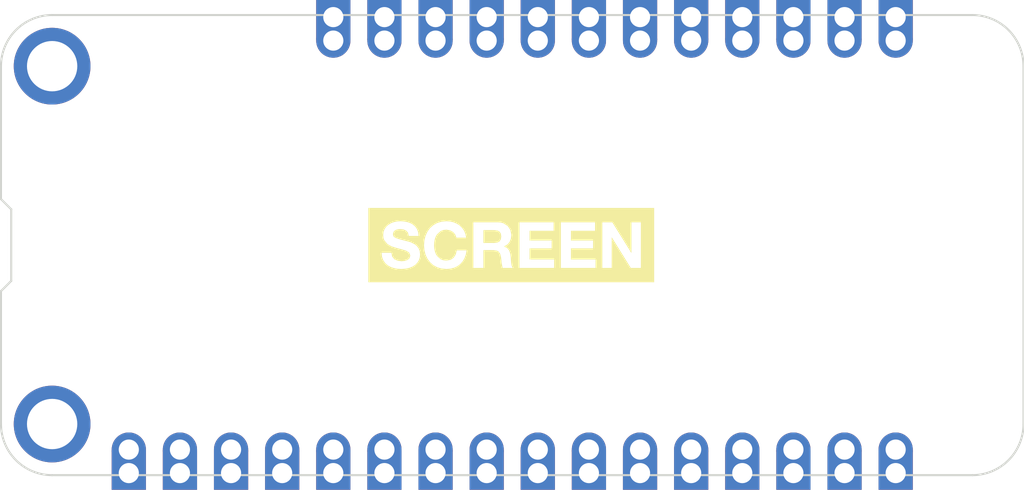
<source format=kicad_pcb>
(kicad_pcb (version 20221018) (generator pcbnew)
  (layers (0 "F.Cu" signal) (31 "B.Cu" signal) (34 "B.Paste" user) (35 "F.Paste" user) (36 "B.SilkS" user "B.Silkscreen") (37 "F.SilkS" user "F.Silkscreen") (38 "B.Mask" user) (39 "F.Mask" user) (44 "Edge.Cuts" user))
  (net 0 "")
  (footprint "kibuzzard-65886004" (layer "F.Cu") (at 128.69 60.56)
    (fp_text reference "kibuzzard-65886004" hide)
    (fp_text value "G***" hide)
    (fp_poly (pts (xy -1.383242 -0.106363) (xy -0.837142 -0.106363) (xy -0.687123 -0.125413) (xy -0.579967 -0.182563) (xy -0.515673 -0.282575) (xy -0.494242 -0.430213) (xy -0.515673 -0.572691) (xy -0.579967 -0.669925) (xy -0.687123 -0.725884) (xy -0.837142 -0.744538) (xy -1.383242 -0.744538) (xy -1.383242 -0.106363)) (fill solid) (layer "F.SilkS"))
    (fp_poly (pts (xy -6.439958 -1.847321) (xy -7.101417 -1.847321) (xy -7.101417 1.847321) (xy -6.439958 1.847321) (xy -5.472642 1.847321) (xy -5.472642 1.185863) (xy -5.657188 1.174353) (xy -5.836179 1.139825) (xy -6.002073 1.080691) (xy -6.147329 0.995362) (xy -6.268376 0.883444) (xy -6.361642 0.744538) (xy -6.420379 0.57785) (xy -6.437842 0.382588) (xy -5.955242 0.382588) (xy -5.913967 0.576263) (xy -5.804429 0.70485) (xy -5.644092 0.777875) (xy -5.453592 0.801688) (xy -5.310717 0.790575) (xy -5.167842 0.747712) (xy -5.056717 0.6604) (xy -5.012267 0.519113) (xy -5.071004 0.369888) (xy -5.224992 0.274637) (xy -5.440892 0.207963) (xy -5.685367 0.144463) (xy -5.933017 0.066675) (xy -6.148917 -0.052388) (xy -6.302904 -0.23495) (xy -6.346957 -0.355996) (xy -6.361642 -0.500062) (xy -6.342989 -0.663178) (xy -6.287029 -0.803275) (xy -6.200907 -0.921147) (xy -6.091767 -1.017588) (xy -5.963179 -1.0922) (xy -5.818717 -1.144587) (xy -5.666317 -1.175544) (xy -5.513917 -1.185863) (xy -5.339689 -1.175941) (xy -5.172604 -1.146175) (xy -5.01822 -1.094184) (xy -4.882092 -1.017588) (xy -4.768189 -0.916386) (xy -4.680479 -0.790575) (xy -4.62452 -0.637778) (xy -4.605867 -0.455613) (xy -5.088467 -0.455613) (xy -5.131329 -0.623888) (xy -5.228167 -0.728663) (xy -5.366279 -0.782638) (xy -5.536142 -0.798513) (xy -5.656792 -0.785812) (xy -5.766329 -0.741363) (xy -5.847292 -0.661988) (xy -5.879042 -0.541338) (xy -5.853642 -0.433388) (xy -5.753629 -0.357187) (xy -5.547254 -0.287338) (xy -5.395252 -0.247652) (xy -5.202767 -0.198438) (xy -5.026554 -0.1524) (xy -4.802717 -0.046038) (xy -4.699136 0.039291) (xy -4.610629 0.149225) (xy -4.549907 0.288528) (xy -4.529667 0.461962) (xy -4.544742 0.611981) (xy -4.589992 0.750888) (xy -4.664998 0.875109) (xy -4.769379 0.981075) (xy -4.902729 1.067197) (xy -5.064654 1.131888) (xy -5.254757 1.172369) (xy -5.472642 1.185863) (xy -5.472642 1.847321) (xy -3.218392 1.847321) (xy -3.218392 1.185863) (xy -3.465645 1.163241) (xy -3.686704 1.095375) (xy -3.878395 0.987822) (xy -4.037542 0.846137) (xy -4.163748 0.673497) (xy -4.256617 0.473075) (xy -4.313767 0.250428) (xy -4.332817 0.011112) (xy -4.313767 -0.233759) (xy -4.256617 -0.460375) (xy -4.163748 -0.663972) (xy -4.037542 -0.839788) (xy -3.878395 -0.984249) (xy -3.686704 -1.093788) (xy -3.465645 -1.162837) (xy -3.218392 -1.185863) (xy -3.036226 -1.172369) (xy -2.864379 -1.131888) (xy -2.706423 -1.065609) (xy -2.565929 -0.974725) (xy -2.445676 -0.859236) (xy -2.348442 -0.719138) (xy -2.278592 -0.555625) (xy -2.240492 -0.369887) (xy -2.723092 -0.369887) (xy -2.780242 -0.52705) (xy -2.891367 -0.652463) (xy -3.042179 -0.7366) (xy -3.218392 -0.766762) (xy -3.373967 -0.750496) (xy -3.504142 -0.701675) (xy -3.694642 -0.52705) (xy -3.757745 -0.409972) (xy -3.801004 -0.277812) (xy -3.826007 -0.135732) (xy -3.834342 0.011112) (xy -3.826007 0.152003) (xy -3.801004 0.288925) (xy -3.757745 0.417116) (xy -3.694642 0.531812) (xy -3.504142 0.70485) (xy -3.373967 0.753666) (xy -3.218392 0.769937) (xy -3.014795 0.735013) (xy -2.861204 0.630238) (xy -2.75762 0.468313) (xy -2.704042 0.261937) (xy -2.221442 0.261937) (xy -2.255566 0.464344) (xy -2.319867 0.646112) (xy -2.411942 0.804862) (xy -2.529417 0.938213) (xy -2.670704 1.044575) (xy -2.834217 1.122363) (xy -3.017573 1.169987) (xy -3.218392 1.185863) (xy -3.218392 1.847321) (xy 0.070908 1.847321) (xy 0.070908 1.135063) (xy -0.427567 1.135063) (xy -0.478367 0.877888) (xy -0.490273 0.731837) (xy -0.506942 0.592138) (xy -0.546628 0.43815) (xy -0.614892 0.331788) (xy -0.723635 0.269875) (xy -0.884767 0.249238) (xy -1.383242 0.249238) (xy -1.383242 1.135063) (xy -1.881717 1.135063) (xy -1.881717 -1.131888) (xy -0.659342 -1.131888) (xy -0.514482 -1.119584) (xy -0.384704 -1.082675) (xy -0.175154 -0.947738) (xy -0.041804 -0.7493) (xy 0.004233 -0.506412) (xy -0.016792 -0.319881) (xy -0.079904 -0.160337) (xy -0.190631 -0.03175) (xy -0.354542 0.061912) (xy -0.354542 0.068263) (xy -0.202142 0.14605) (xy -0.103717 0.269875) (xy -0.048154 0.427037) (xy -0.024342 0.598487) (xy -0.017992 0.725488) (xy -0.006879 0.874713) (xy 0.018521 1.019175) (xy 0.070908 1.135063) (xy 0.070908 1.847321) (xy 2.131483 1.847321) (xy 2.131483 1.135063) (xy 0.410633 1.135063) (xy 0.410633 -1.131888) (xy 2.106083 -1.131888) (xy 2.106083 -0.712788) (xy 0.909108 -0.712788) (xy 0.909108 -0.227012) (xy 2.007658 -0.227012) (xy 2.007658 0.160337) (xy 0.909108 0.160337) (xy 0.909108 0.715963) (xy 2.131483 0.715963) (xy 2.131483 1.135063) (xy 2.131483 1.847321) (xy 4.188883 1.847321) (xy 4.188883 1.135063) (xy 2.468033 1.135063) (xy 2.468033 -1.131888) (xy 4.163483 -1.131888) (xy 4.163483 -0.712788) (xy 2.966508 -0.712788) (xy 2.966508 -0.227012) (xy 4.065058 -0.227012) (xy 4.065058 0.160337) (xy 2.966508 0.160337) (xy 2.966508 0.715963) (xy 4.188883 0.715963) (xy 4.188883 1.135063) (xy 4.188883 1.847321) (xy 6.439958 1.847321) (xy 6.439958 1.135063) (xy 5.941483 1.135063) (xy 4.998508 -0.382587) (xy 4.992158 -0.382587) (xy 4.992158 1.135063) (xy 4.525433 1.135063) (xy 4.525433 -1.131888) (xy 5.020733 -1.131888) (xy 5.966883 0.388937) (xy 5.973233 0.388937) (xy 5.973233 -1.131888) (xy 6.439958 -1.131888) (xy 6.439958 1.135063) (xy 6.439958 1.847321) (xy 7.101417 1.847321) (xy 7.101417 -1.847321) (xy 6.439958 -1.847321) (xy -6.439958 -1.847321)) (fill solid) (layer "F.SilkS"))
  )
  (footprint "Screen Castellated:Screen Castellated" (layer "F.Cu") (at 128.69 60.56)
    (fp_text reference "H1" hide)
    (fp_text value "MountingHole")
    (fp_line (start -25.35 -8.89) (end -25.35 -2.286) (stroke (width 0.1)) (layer "Edge.Cuts"))
    (fp_line (start -25.35 -2.286) (end -24.842 -1.778) (stroke (width 0.1)) (layer "Edge.Cuts"))
    (fp_line (start -25.35 2.286) (end -25.35 8.89) (stroke (width 0.1)) (layer "Edge.Cuts"))
    (fp_line (start -24.842 -1.778) (end -24.842 1.778) (stroke (width 0.1)) (layer "Edge.Cuts"))
    (fp_line (start -24.842 1.778) (end -25.35 2.286) (stroke (width 0.1)) (layer "Edge.Cuts"))
    (fp_line (start -22.81 11.43) (end 22.91 11.43) (stroke (width 0.1)) (layer "Edge.Cuts"))
    (fp_line (start 22.91 -11.43) (end -22.81 -11.43) (stroke (width 0.1)) (layer "Edge.Cuts"))
    (fp_line (start 25.45 8.89) (end 25.45 -8.89) (stroke (width 0.1)) (layer "Edge.Cuts"))
    (fp_arc (start -25.35 -8.89) (mid -24.606051 -10.686051) (end -22.81 -11.43) (stroke (width 0.1)) (layer "Edge.Cuts"))
    (fp_arc (start -22.81 11.43) (mid -24.606051 10.686051) (end -25.35 8.89) (stroke (width 0.1)) (layer "Edge.Cuts"))
    (fp_arc (start 22.91 -11.43) (mid 24.706051 -10.686051) (end 25.45 -8.89) (stroke (width 0.1)) (layer "Edge.Cuts"))
    (fp_arc (start 25.45 8.89) (mid 24.706051 10.686051) (end 22.91 11.43) (stroke (width 0.1)) (layer "Edge.Cuts"))
    (pad "" np_thru_hole circle (at 22.91 -8.89) (size 2.54 2.54) (drill 2.54) (layers "*.Cu" "*.Mask"))
    (pad "" np_thru_hole circle (at 22.91 8.89) (size 2.54 2.54) (drill 2.54) (layers "*.Cu" "*.Mask"))
    (pad "1" thru_hole circle (at -19 10.16 90) (size 1.7 1.7) (drill 1) (layers "*.Cu" "*.Mask"))
    (pad "1" thru_hole rect (at -19 11.327501 90) (size 1.982498 1.7) (drill 1 (offset 0.14125 0)) (property pad_prop_castellated) (layers "*.Cu" "*.Mask"))
    (pad "2" thru_hole circle (at -16.46 10.16 90) (size 1.7 1.7) (drill 1) (layers "*.Cu" "*.Mask"))
    (pad "2" thru_hole rect (at -16.46 11.327501 90) (size 1.982498 1.7) (drill 1 (offset 0.14125 0)) (property pad_prop_castellated) (layers "*.Cu" "*.Mask"))
    (pad "3" thru_hole circle (at -13.92 10.16 90) (size 1.7 1.7) (drill 1) (layers "*.Cu" "*.Mask"))
    (pad "3" thru_hole rect (at -13.92 11.327501 90) (size 1.982498 1.7) (drill 1 (offset 0.14125 0)) (property pad_prop_castellated) (layers "*.Cu" "*.Mask"))
    (pad "4" thru_hole circle (at -11.38 10.16 90) (size 1.7 1.7) (drill 1) (layers "*.Cu" "*.Mask"))
    (pad "4" thru_hole rect (at -11.38 11.327501 90) (size 1.982498 1.7) (drill 1 (offset 0.14125 0)) (property pad_prop_castellated) (layers "*.Cu" "*.Mask"))
    (pad "5" thru_hole circle (at -8.84 10.16 90) (size 1.7 1.7) (drill 1) (layers "*.Cu" "*.Mask"))
    (pad "5" thru_hole rect (at -8.84 11.327501 90) (size 1.982498 1.7) (drill 1 (offset 0.14125 0)) (property pad_prop_castellated) (layers "*.Cu" "*.Mask"))
    (pad "6" thru_hole circle (at -6.3 10.16 90) (size 1.7 1.7) (drill 1) (layers "*.Cu" "*.Mask"))
    (pad "6" thru_hole rect (at -6.3 11.327501 90) (size 1.982498 1.7) (drill 1 (offset 0.14125 0)) (property pad_prop_castellated) (layers "*.Cu" "*.Mask"))
    (pad "7" thru_hole circle (at -3.76 10.16 90) (size 1.7 1.7) (drill 1) (layers "*.Cu" "*.Mask"))
    (pad "7" thru_hole rect (at -3.76 11.327501 90) (size 1.982498 1.7) (drill 1 (offset 0.14125 0)) (property pad_prop_castellated) (layers "*.Cu" "*.Mask"))
    (pad "8" thru_hole circle (at -1.22 10.16 90) (size 1.7 1.7) (drill 1) (layers "*.Cu" "*.Mask"))
    (pad "8" thru_hole rect (at -1.22 11.327501 90) (size 1.982498 1.7) (drill 1 (offset 0.14125 0)) (property pad_prop_castellated) (layers "*.Cu" "*.Mask"))
    (pad "9" thru_hole circle (at 1.32 10.16 90) (size 1.7 1.7) (drill 1) (layers "*.Cu" "*.Mask"))
    (pad "9" thru_hole rect (at 1.32 11.327501 90) (size 1.982498 1.7) (drill 1 (offset 0.14125 0)) (property pad_prop_castellated) (layers "*.Cu" "*.Mask"))
    (pad "10" thru_hole circle (at 3.86 10.16 90) (size 1.7 1.7) (drill 1) (layers "*.Cu" "*.Mask"))
    (pad "10" thru_hole rect (at 3.86 11.327501 90) (size 1.982498 1.7) (drill 1 (offset 0.14125 0)) (property pad_prop_castellated) (layers "*.Cu" "*.Mask"))
    (pad "11" thru_hole circle (at 6.4 10.16 90) (size 1.7 1.7) (drill 1) (layers "*.Cu" "*.Mask"))
    (pad "11" thru_hole rect (at 6.4 11.327501 90) (size 1.982498 1.7) (drill 1 (offset 0.14125 0)) (property pad_prop_castellated) (layers "*.Cu" "*.Mask"))
    (pad "12" thru_hole circle (at 8.94 10.16 90) (size 1.7 1.7) (drill 1) (layers "*.Cu" "*.Mask"))
    (pad "12" thru_hole rect (at 8.94 11.327501 90) (size 1.982498 1.7) (drill 1 (offset 0.14125 0)) (property pad_prop_castellated) (layers "*.Cu" "*.Mask"))
    (pad "13" thru_hole circle (at 11.48 10.16 90) (size 1.7 1.7) (drill 1) (layers "*.Cu" "*.Mask"))
    (pad "13" thru_hole rect (at 11.48 11.327501 90) (size 1.982498 1.7) (drill 1 (offset 0.14125 0)) (property pad_prop_castellated) (layers "*.Cu" "*.Mask"))
    (pad "14" thru_hole circle (at 14.02 10.16 90) (size 1.7 1.7) (drill 1) (layers "*.Cu" "*.Mask"))
    (pad "14" thru_hole rect (at 14.02 11.327501 90) (size 1.982498 1.7) (drill 1 (offset 0.14125 0)) (property pad_prop_castellated) (layers "*.Cu" "*.Mask"))
    (pad "15" thru_hole circle (at 16.56 10.16 90) (size 1.7 1.7) (drill 1) (layers "*.Cu" "*.Mask"))
    (pad "15" thru_hole rect (at 16.56 11.327501 90) (size 1.982498 1.7) (drill 1 (offset 0.14125 0)) (property pad_prop_castellated) (layers "*.Cu" "*.Mask"))
    (pad "16" thru_hole circle (at 19.1 10.16 90) (size 1.7 1.7) (drill 1) (layers "*.Cu" "*.Mask"))
    (pad "16" thru_hole rect (at 19.1 11.327501 90) (size 1.982498 1.7) (drill 1 (offset 0.14125 0)) (property pad_prop_castellated) (layers "*.Cu" "*.Mask"))
    (pad "17" thru_hole rect (at 19.1 -11.327501 270) (size 1.982498 1.7) (drill 1 (offset 0.14125 0)) (property pad_prop_castellated) (layers "*.Cu" "*.Mask"))
    (pad "17" thru_hole circle (at 19.1 -10.16 270) (size 1.7 1.7) (drill 1) (layers "*.Cu" "*.Mask"))
    (pad "18" thru_hole rect (at 16.56 -11.327501 270) (size 1.982498 1.7) (drill 1 (offset 0.14125 0)) (property pad_prop_castellated) (layers "*.Cu" "*.Mask"))
    (pad "18" thru_hole circle (at 16.56 -10.16 270) (size 1.7 1.7) (drill 1) (layers "*.Cu" "*.Mask"))
    (pad "19" thru_hole rect (at 14.02 -11.327501 270) (size 1.982498 1.7) (drill 1 (offset 0.14125 0)) (property pad_prop_castellated) (layers "*.Cu" "*.Mask"))
    (pad "19" thru_hole circle (at 14.02 -10.16 270) (size 1.7 1.7) (drill 1) (layers "*.Cu" "*.Mask"))
    (pad "20" thru_hole rect (at 11.48 -11.327501 270) (size 1.982498 1.7) (drill 1 (offset 0.14125 0)) (property pad_prop_castellated) (layers "*.Cu" "*.Mask"))
    (pad "20" thru_hole circle (at 11.48 -10.16 270) (size 1.7 1.7) (drill 1) (layers "*.Cu" "*.Mask"))
    (pad "21" thru_hole rect (at 8.94 -11.327501 270) (size 1.982498 1.7) (drill 1 (offset 0.14125 0)) (property pad_prop_castellated) (layers "*.Cu" "*.Mask"))
    (pad "21" thru_hole circle (at 8.94 -10.16 270) (size 1.7 1.7) (drill 1) (layers "*.Cu" "*.Mask"))
    (pad "22" thru_hole rect (at 6.4 -11.327501 270) (size 1.982498 1.7) (drill 1 (offset 0.14125 0)) (property pad_prop_castellated) (layers "*.Cu" "*.Mask"))
    (pad "22" thru_hole circle (at 6.4 -10.16 270) (size 1.7 1.7) (drill 1) (layers "*.Cu" "*.Mask"))
    (pad "23" thru_hole rect (at 3.86 -11.327501 270) (size 1.982498 1.7) (drill 1 (offset 0.14125 0)) (property pad_prop_castellated) (layers "*.Cu" "*.Mask"))
    (pad "23" thru_hole circle (at 3.86 -10.16 270) (size 1.7 1.7) (drill 1) (layers "*.Cu" "*.Mask"))
    (pad "24" thru_hole rect (at 1.32 -11.327501 270) (size 1.982498 1.7) (drill 1 (offset 0.14125 0)) (property pad_prop_castellated) (layers "*.Cu" "*.Mask"))
    (pad "24" thru_hole circle (at 1.32 -10.16 270) (size 1.7 1.7) (drill 1) (layers "*.Cu" "*.Mask"))
    (pad "25" thru_hole rect (at -1.22 -11.327501 270) (size 1.982498 1.7) (drill 1 (offset 0.14125 0)) (property pad_prop_castellated) (layers "*.Cu" "*.Mask"))
    (pad "25" thru_hole circle (at -1.22 -10.16 270) (size 1.7 1.7) (drill 1) (layers "*.Cu" "*.Mask"))
    (pad "26" thru_hole rect (at -3.76 -11.327501 270) (size 1.982498 1.7) (drill 1 (offset 0.14125 0)) (property pad_prop_castellated) (layers "*.Cu" "*.Mask"))
    (pad "26" thru_hole circle (at -3.76 -10.16 270) (size 1.7 1.7) (drill 1) (layers "*.Cu" "*.Mask"))
    (pad "27" thru_hole rect (at -6.3 -11.327501 270) (size 1.982498 1.7) (drill 1 (offset 0.14125 0)) (property pad_prop_castellated) (layers "*.Cu" "*.Mask"))
    (pad "27" thru_hole circle (at -6.3 -10.16 270) (size 1.7 1.7) (drill 1) (layers "*.Cu" "*.Mask"))
    (pad "28" thru_hole rect (at -8.84 -11.327501 270) (size 1.982498 1.7) (drill 1 (offset 0.14125 0)) (property pad_prop_castellated) (layers "*.Cu" "*.Mask"))
    (pad "28" thru_hole circle (at -8.84 -10.16 270) (size 1.7 1.7) (drill 1) (layers "*.Cu" "*.Mask"))
    (pad "P$1" thru_hole circle (at -22.81 -8.89) (size 3.81 3.81) (drill 2.5) (layers "*.Cu" "*.Mask"))
    (pad "P$2" thru_hole circle (at -22.81 8.89) (size 3.81 3.81) (drill 2.5) (layers "*.Cu" "*.Mask"))
  )
)
</source>
